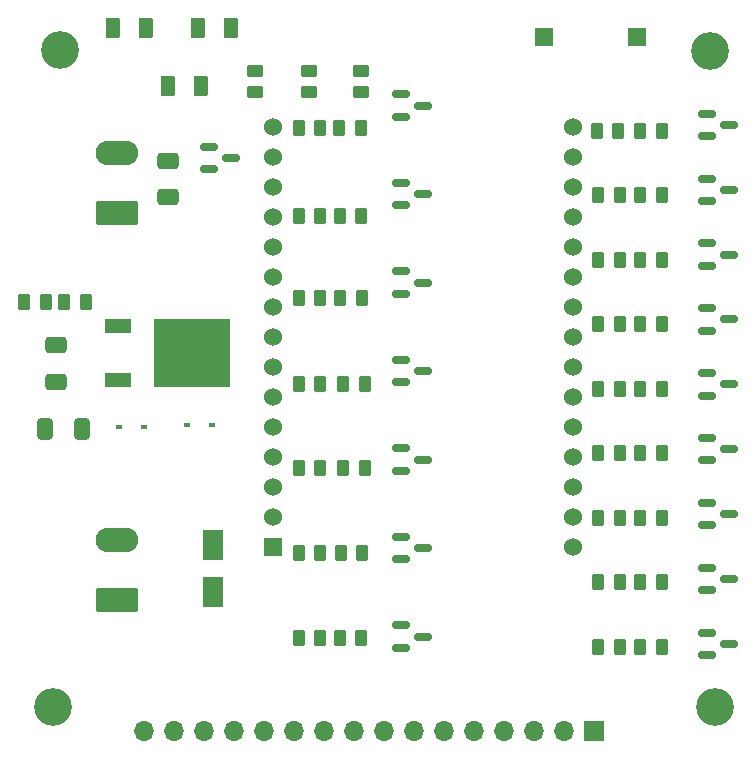
<source format=gbr>
%TF.GenerationSoftware,KiCad,Pcbnew,(6.0.10)*%
%TF.CreationDate,2023-03-15T17:39:42-04:00*%
%TF.ProjectId,pwm_pcb,70776d5f-7063-4622-9e6b-696361645f70,rev?*%
%TF.SameCoordinates,Original*%
%TF.FileFunction,Soldermask,Top*%
%TF.FilePolarity,Negative*%
%FSLAX46Y46*%
G04 Gerber Fmt 4.6, Leading zero omitted, Abs format (unit mm)*
G04 Created by KiCad (PCBNEW (6.0.10)) date 2023-03-15 17:39:42*
%MOMM*%
%LPD*%
G01*
G04 APERTURE LIST*
G04 Aperture macros list*
%AMRoundRect*
0 Rectangle with rounded corners*
0 $1 Rounding radius*
0 $2 $3 $4 $5 $6 $7 $8 $9 X,Y pos of 4 corners*
0 Add a 4 corners polygon primitive as box body*
4,1,4,$2,$3,$4,$5,$6,$7,$8,$9,$2,$3,0*
0 Add four circle primitives for the rounded corners*
1,1,$1+$1,$2,$3*
1,1,$1+$1,$4,$5*
1,1,$1+$1,$6,$7*
1,1,$1+$1,$8,$9*
0 Add four rect primitives between the rounded corners*
20,1,$1+$1,$2,$3,$4,$5,0*
20,1,$1+$1,$4,$5,$6,$7,0*
20,1,$1+$1,$6,$7,$8,$9,0*
20,1,$1+$1,$8,$9,$2,$3,0*%
G04 Aperture macros list end*
%ADD10RoundRect,0.250000X0.375000X0.625000X-0.375000X0.625000X-0.375000X-0.625000X0.375000X-0.625000X0*%
%ADD11C,3.200000*%
%ADD12RoundRect,0.250000X-0.262500X-0.450000X0.262500X-0.450000X0.262500X0.450000X-0.262500X0.450000X0*%
%ADD13RoundRect,0.250000X0.412500X0.650000X-0.412500X0.650000X-0.412500X-0.650000X0.412500X-0.650000X0*%
%ADD14RoundRect,0.250000X0.262500X0.450000X-0.262500X0.450000X-0.262500X-0.450000X0.262500X-0.450000X0*%
%ADD15RoundRect,0.250000X0.450000X-0.262500X0.450000X0.262500X-0.450000X0.262500X-0.450000X-0.262500X0*%
%ADD16RoundRect,0.150000X-0.587500X-0.150000X0.587500X-0.150000X0.587500X0.150000X-0.587500X0.150000X0*%
%ADD17R,0.600000X0.450000*%
%ADD18RoundRect,0.250000X0.650000X-0.412500X0.650000X0.412500X-0.650000X0.412500X-0.650000X-0.412500X0*%
%ADD19R,1.800000X2.500000*%
%ADD20R,2.200000X1.200000*%
%ADD21R,6.400000X5.800000*%
%ADD22R,1.500000X1.500000*%
%ADD23R,1.700000X1.700000*%
%ADD24O,1.700000X1.700000*%
%ADD25O,3.600000X2.080000*%
%ADD26RoundRect,0.249999X1.550001X-0.790001X1.550001X0.790001X-1.550001X0.790001X-1.550001X-0.790001X0*%
%ADD27R,1.524000X1.524000*%
%ADD28C,1.524000*%
G04 APERTURE END LIST*
D10*
%TO.C,F1*%
X105032000Y-57912000D03*
X102232000Y-57912000D03*
%TD*%
D11*
%TO.C,MH3*%
X92500000Y-110500000D03*
X92500000Y-110500000D03*
%TD*%
D12*
%TO.C,R13*%
X138637000Y-72644000D03*
X140462000Y-72644000D03*
%TD*%
D13*
%TO.C,C2*%
X94950000Y-87000000D03*
X91825000Y-87000000D03*
%TD*%
D12*
%TO.C,R26*%
X113291500Y-90254700D03*
X115116500Y-90254700D03*
%TD*%
D14*
%TO.C,R12*%
X142193000Y-67183000D03*
X144018000Y-67183000D03*
%TD*%
%TO.C,R7*%
X118545500Y-61468000D03*
X116720500Y-61468000D03*
%TD*%
D12*
%TO.C,R30*%
X115116500Y-104648000D03*
X113291500Y-104648000D03*
%TD*%
%TO.C,R17*%
X138637000Y-89027000D03*
X140462000Y-89027000D03*
%TD*%
D15*
%TO.C,R35*%
X118600000Y-58443500D03*
X118600000Y-56618500D03*
%TD*%
D12*
%TO.C,R25*%
X113291500Y-97451300D03*
X115116500Y-97451300D03*
%TD*%
D16*
%TO.C,Q1*%
X147858000Y-76742200D03*
X147858000Y-78642200D03*
X149733000Y-77692200D03*
%TD*%
D14*
%TO.C,R11*%
X142193000Y-61722000D03*
X144018000Y-61722000D03*
%TD*%
D11*
%TO.C,MH1*%
X93091000Y-54864000D03*
%TD*%
D17*
%TO.C,D3*%
X103850000Y-86600000D03*
X105950000Y-86600000D03*
%TD*%
D18*
%TO.C,C1*%
X102200000Y-67362500D03*
X102200000Y-64237500D03*
%TD*%
D16*
%TO.C,Q17*%
X105662500Y-63050000D03*
X105662500Y-64950000D03*
X107537500Y-64000000D03*
%TD*%
D12*
%TO.C,R14*%
X138637000Y-83566000D03*
X140462000Y-83566000D03*
%TD*%
D14*
%TO.C,R37*%
X91862500Y-76200000D03*
X90037500Y-76200000D03*
%TD*%
%TO.C,R36*%
X95262500Y-76200000D03*
X93437500Y-76200000D03*
%TD*%
D12*
%TO.C,R29*%
X113291500Y-83195500D03*
X115116500Y-83195500D03*
%TD*%
D16*
%TO.C,Q15*%
X121950000Y-81120000D03*
X121950000Y-83020000D03*
X123825000Y-82070000D03*
%TD*%
D17*
%TO.C,D5*%
X100200000Y-86800000D03*
X98100000Y-86800000D03*
%TD*%
D14*
%TO.C,R8*%
X118618000Y-75861300D03*
X116793000Y-75861300D03*
%TD*%
D16*
%TO.C,Q16*%
X121950000Y-103599000D03*
X121950000Y-105499000D03*
X123825000Y-104549000D03*
%TD*%
%TO.C,Q3*%
X121950000Y-58641000D03*
X121950000Y-60541000D03*
X123825000Y-59591000D03*
%TD*%
%TO.C,Q9*%
X147858000Y-87727700D03*
X147858000Y-89627700D03*
X149733000Y-88677700D03*
%TD*%
%TO.C,Q13*%
X121950000Y-96106000D03*
X121950000Y-98006000D03*
X123825000Y-97056000D03*
%TD*%
D14*
%TO.C,R20*%
X142193000Y-94488000D03*
X144018000Y-94488000D03*
%TD*%
D12*
%TO.C,R10*%
X138637000Y-67183000D03*
X140462000Y-67183000D03*
%TD*%
D14*
%TO.C,R16*%
X142193000Y-83566000D03*
X144018000Y-83566000D03*
%TD*%
D15*
%TO.C,R33*%
X109600000Y-58467000D03*
X109600000Y-56642000D03*
%TD*%
D16*
%TO.C,Q12*%
X147858000Y-104206000D03*
X147858000Y-106106000D03*
X149733000Y-105156000D03*
%TD*%
D14*
%TO.C,R28*%
X118872000Y-90254700D03*
X117047000Y-90254700D03*
%TD*%
D16*
%TO.C,Q6*%
X147858000Y-65756700D03*
X147858000Y-67656700D03*
X149733000Y-66706700D03*
%TD*%
%TO.C,Q4*%
X121950000Y-73627000D03*
X121950000Y-75527000D03*
X123825000Y-74577000D03*
%TD*%
D12*
%TO.C,R18*%
X138637000Y-94488000D03*
X140462000Y-94488000D03*
%TD*%
D19*
%TO.C,D4*%
X106000000Y-96800000D03*
X106000000Y-100800000D03*
%TD*%
D16*
%TO.C,Q5*%
X147858000Y-60264000D03*
X147858000Y-62164000D03*
X149733000Y-61214000D03*
%TD*%
D12*
%TO.C,R6*%
X113291500Y-75861300D03*
X115116500Y-75861300D03*
%TD*%
D10*
%TO.C,D2*%
X107600000Y-53000000D03*
X104800000Y-53000000D03*
%TD*%
D14*
%TO.C,R31*%
X118872000Y-83195500D03*
X117047000Y-83195500D03*
%TD*%
D16*
%TO.C,Q10*%
X147858000Y-93220500D03*
X147858000Y-95120500D03*
X149733000Y-94170500D03*
%TD*%
D14*
%TO.C,R15*%
X142193000Y-72644000D03*
X144018000Y-72644000D03*
%TD*%
%TO.C,R4*%
X118578500Y-68893800D03*
X116753500Y-68893800D03*
%TD*%
D10*
%TO.C,D1*%
X100400000Y-53000000D03*
X97600000Y-53000000D03*
%TD*%
D20*
%TO.C,U2*%
X97975000Y-78245000D03*
D21*
X104275000Y-80525000D03*
D20*
X97975000Y-82805000D03*
%TD*%
D14*
%TO.C,R23*%
X142193000Y-99949000D03*
X144018000Y-99949000D03*
%TD*%
D18*
%TO.C,C3*%
X92750000Y-83000000D03*
X92750000Y-79875000D03*
%TD*%
D16*
%TO.C,Q8*%
X147858000Y-82235000D03*
X147858000Y-84135000D03*
X149733000Y-83185000D03*
%TD*%
D12*
%TO.C,R2*%
X113291500Y-68893800D03*
X115116500Y-68893800D03*
%TD*%
%TO.C,R5*%
X113291500Y-61468000D03*
X115116500Y-61468000D03*
%TD*%
D14*
%TO.C,R19*%
X142193000Y-89027000D03*
X144018000Y-89027000D03*
%TD*%
D22*
%TO.C,SW1*%
X134100000Y-53800000D03*
X141900000Y-53800000D03*
%TD*%
D16*
%TO.C,Q11*%
X147858000Y-98713200D03*
X147858000Y-100613200D03*
X149733000Y-99663200D03*
%TD*%
%TO.C,Q7*%
X147858000Y-71249500D03*
X147858000Y-73149500D03*
X149733000Y-72199500D03*
%TD*%
D11*
%TO.C,MH4*%
X148500000Y-110500000D03*
%TD*%
D16*
%TO.C,Q2*%
X121950000Y-66134000D03*
X121950000Y-68034000D03*
X123825000Y-67084000D03*
%TD*%
D15*
%TO.C,R34*%
X114200000Y-58467000D03*
X114200000Y-56642000D03*
%TD*%
D11*
%TO.C,MH2*%
X148082000Y-54991000D03*
%TD*%
D14*
%TO.C,R27*%
X118665000Y-97451300D03*
X116840000Y-97451300D03*
%TD*%
%TO.C,R32*%
X118594500Y-104648000D03*
X116769500Y-104648000D03*
%TD*%
D12*
%TO.C,R22*%
X138637000Y-105410000D03*
X140462000Y-105410000D03*
%TD*%
D16*
%TO.C,Q14*%
X121950000Y-88613000D03*
X121950000Y-90513000D03*
X123825000Y-89563000D03*
%TD*%
D14*
%TO.C,R24*%
X142193000Y-105410000D03*
X144018000Y-105410000D03*
%TD*%
D12*
%TO.C,R1*%
X138637000Y-78105000D03*
X140462000Y-78105000D03*
%TD*%
D14*
%TO.C,R3*%
X142193000Y-78105000D03*
X144018000Y-78105000D03*
%TD*%
D12*
%TO.C,R21*%
X138637000Y-99949000D03*
X140462000Y-99949000D03*
%TD*%
%TO.C,R9*%
X138533500Y-61722000D03*
X140358500Y-61722000D03*
%TD*%
D23*
%TO.C,J3*%
X138303000Y-112522000D03*
D24*
X135763000Y-112522000D03*
X133223000Y-112522000D03*
X130683000Y-112522000D03*
X128143000Y-112522000D03*
X125603000Y-112522000D03*
X123063000Y-112522000D03*
X120523000Y-112522000D03*
X117983000Y-112522000D03*
X115443000Y-112522000D03*
X112903000Y-112522000D03*
X110363000Y-112522000D03*
X107823000Y-112522000D03*
X105283000Y-112522000D03*
X102743000Y-112522000D03*
X100203000Y-112522000D03*
%TD*%
D25*
%TO.C,J2*%
X97877500Y-96320000D03*
D26*
X97877500Y-101400000D03*
%TD*%
D27*
%TO.C,U1*%
X111125000Y-96926000D03*
D28*
X111125000Y-94386000D03*
X111125000Y-91846000D03*
X111125000Y-89306000D03*
X111125000Y-86766000D03*
X111125000Y-84226000D03*
X111125000Y-81686000D03*
X111125000Y-79146000D03*
X111125000Y-76606000D03*
X111125000Y-74066000D03*
X111125000Y-71526000D03*
X111125000Y-68986000D03*
X111125000Y-66446000D03*
X111125000Y-63906000D03*
X111125000Y-61366000D03*
X136525000Y-61366000D03*
X136525000Y-63906000D03*
X136525000Y-66446000D03*
X136525000Y-68986000D03*
X136525000Y-71526000D03*
X136525000Y-74066000D03*
X136525000Y-76606000D03*
X136525000Y-79146000D03*
X136525000Y-81686000D03*
X136525000Y-84226000D03*
X136525000Y-86766000D03*
X136525000Y-89306000D03*
X136525000Y-91846000D03*
X136525000Y-94386000D03*
X136525000Y-96926000D03*
%TD*%
D25*
%TO.C,J1*%
X97877500Y-63600000D03*
D26*
X97877500Y-68680000D03*
%TD*%
M02*

</source>
